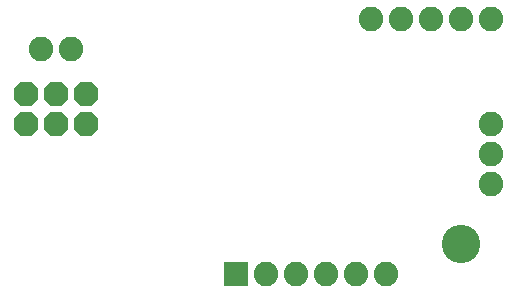
<source format=gbr>
G04 EAGLE Gerber RS-274X export*
G75*
%MOMM*%
%FSLAX34Y34*%
%LPD*%
%INSoldermask Bottom*%
%IPPOS*%
%AMOC8*
5,1,8,0,0,1.08239X$1,22.5*%
G01*
%ADD10P,2.254402X8X22.500000*%
%ADD11C,2.082800*%
%ADD12R,2.082800X2.082800*%
%ADD13C,3.251200*%


D10*
X25400Y139700D03*
X25400Y165100D03*
X50800Y139700D03*
X50800Y165100D03*
X76200Y139700D03*
X76200Y165100D03*
D11*
X419100Y139700D03*
X419100Y114300D03*
X419100Y88900D03*
D12*
X203200Y12700D03*
D11*
X228600Y12700D03*
X254000Y12700D03*
X279400Y12700D03*
X304800Y12700D03*
X330200Y12700D03*
X63500Y203200D03*
X38100Y203200D03*
X317500Y228600D03*
X342900Y228600D03*
X368300Y228600D03*
X393700Y228600D03*
X419100Y228600D03*
D13*
X393700Y38100D03*
M02*

</source>
